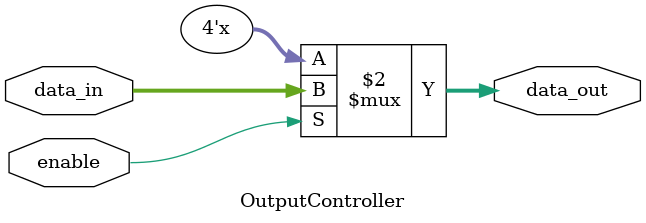
<source format=sv>
module EnabledNOT(
    input en,
    input [3:0] src,
    output [3:0] result
);
    // 内部连线
    wire [3:0] inverted_data;
    
    // 子模块实例化
    DataInverter u_inverter (
        .data_in(src),
        .data_out(inverted_data)
    );
    
    OutputController u_output_ctrl (
        .enable(en),
        .data_in(inverted_data),
        .data_out(result)
    );
endmodule

// 数据反转子模块
module DataInverter(
    input [3:0] data_in,
    output [3:0] data_out
);
    assign data_out = ~data_in;
endmodule

// 输出控制子模块
module OutputController(
    input enable,
    input [3:0] data_in,
    output reg [3:0] data_out
);
    always @(*) begin
        data_out = enable ? data_in : 4'bzzzz;
    end
endmodule
</source>
